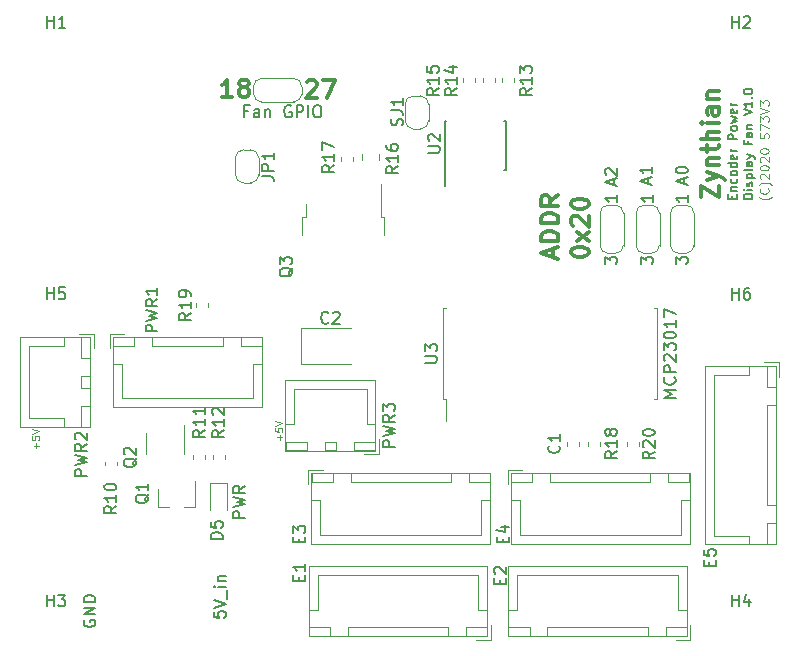
<source format=gbr>
G04 #@! TF.GenerationSoftware,KiCad,Pcbnew,(5.1.5)-3*
G04 #@! TF.CreationDate,2020-03-21T12:50:03-04:00*
G04 #@! TF.ProjectId,Zynth-encoder_power_display_fan,5a796e74-682d-4656-9e63-6f6465725f70,rev?*
G04 #@! TF.SameCoordinates,Original*
G04 #@! TF.FileFunction,Legend,Top*
G04 #@! TF.FilePolarity,Positive*
%FSLAX46Y46*%
G04 Gerber Fmt 4.6, Leading zero omitted, Abs format (unit mm)*
G04 Created by KiCad (PCBNEW (5.1.5)-3) date 2020-03-21 12:50:03*
%MOMM*%
%LPD*%
G04 APERTURE LIST*
%ADD10C,0.300000*%
%ADD11C,0.150000*%
%ADD12C,0.090000*%
%ADD13C,0.187500*%
%ADD14C,0.125000*%
%ADD15C,0.120000*%
G04 APERTURE END LIST*
D10*
X97021685Y-70744471D02*
X96164542Y-70744471D01*
X96593114Y-70744471D02*
X96593114Y-69244471D01*
X96450257Y-69458757D01*
X96307400Y-69601614D01*
X96164542Y-69673042D01*
X97878828Y-69887328D02*
X97735971Y-69815900D01*
X97664542Y-69744471D01*
X97593114Y-69601614D01*
X97593114Y-69530185D01*
X97664542Y-69387328D01*
X97735971Y-69315900D01*
X97878828Y-69244471D01*
X98164542Y-69244471D01*
X98307400Y-69315900D01*
X98378828Y-69387328D01*
X98450257Y-69530185D01*
X98450257Y-69601614D01*
X98378828Y-69744471D01*
X98307400Y-69815900D01*
X98164542Y-69887328D01*
X97878828Y-69887328D01*
X97735971Y-69958757D01*
X97664542Y-70030185D01*
X97593114Y-70173042D01*
X97593114Y-70458757D01*
X97664542Y-70601614D01*
X97735971Y-70673042D01*
X97878828Y-70744471D01*
X98164542Y-70744471D01*
X98307400Y-70673042D01*
X98378828Y-70601614D01*
X98450257Y-70458757D01*
X98450257Y-70173042D01*
X98378828Y-70030185D01*
X98307400Y-69958757D01*
X98164542Y-69887328D01*
X103352742Y-69412728D02*
X103424171Y-69341300D01*
X103567028Y-69269871D01*
X103924171Y-69269871D01*
X104067028Y-69341300D01*
X104138457Y-69412728D01*
X104209885Y-69555585D01*
X104209885Y-69698442D01*
X104138457Y-69912728D01*
X103281314Y-70769871D01*
X104209885Y-70769871D01*
X104709885Y-69269871D02*
X105709885Y-69269871D01*
X105067028Y-70769871D01*
D11*
X98382728Y-71912171D02*
X98049395Y-71912171D01*
X98049395Y-72435980D02*
X98049395Y-71435980D01*
X98525585Y-71435980D01*
X99335109Y-72435980D02*
X99335109Y-71912171D01*
X99287490Y-71816933D01*
X99192252Y-71769314D01*
X99001776Y-71769314D01*
X98906538Y-71816933D01*
X99335109Y-72388361D02*
X99239871Y-72435980D01*
X99001776Y-72435980D01*
X98906538Y-72388361D01*
X98858919Y-72293123D01*
X98858919Y-72197885D01*
X98906538Y-72102647D01*
X99001776Y-72055028D01*
X99239871Y-72055028D01*
X99335109Y-72007409D01*
X99811300Y-71769314D02*
X99811300Y-72435980D01*
X99811300Y-71864552D02*
X99858919Y-71816933D01*
X99954157Y-71769314D01*
X100097014Y-71769314D01*
X100192252Y-71816933D01*
X100239871Y-71912171D01*
X100239871Y-72435980D01*
X102001776Y-71483600D02*
X101906538Y-71435980D01*
X101763680Y-71435980D01*
X101620823Y-71483600D01*
X101525585Y-71578838D01*
X101477966Y-71674076D01*
X101430347Y-71864552D01*
X101430347Y-72007409D01*
X101477966Y-72197885D01*
X101525585Y-72293123D01*
X101620823Y-72388361D01*
X101763680Y-72435980D01*
X101858919Y-72435980D01*
X102001776Y-72388361D01*
X102049395Y-72340742D01*
X102049395Y-72007409D01*
X101858919Y-72007409D01*
X102477966Y-72435980D02*
X102477966Y-71435980D01*
X102858919Y-71435980D01*
X102954157Y-71483600D01*
X103001776Y-71531219D01*
X103049395Y-71626457D01*
X103049395Y-71769314D01*
X103001776Y-71864552D01*
X102954157Y-71912171D01*
X102858919Y-71959790D01*
X102477966Y-71959790D01*
X103477966Y-72435980D02*
X103477966Y-71435980D01*
X104144633Y-71435980D02*
X104335109Y-71435980D01*
X104430347Y-71483600D01*
X104525585Y-71578838D01*
X104573204Y-71769314D01*
X104573204Y-72102647D01*
X104525585Y-72293123D01*
X104430347Y-72388361D01*
X104335109Y-72435980D01*
X104144633Y-72435980D01*
X104049395Y-72388361D01*
X103954157Y-72293123D01*
X103906538Y-72102647D01*
X103906538Y-71769314D01*
X103954157Y-71578838D01*
X104049395Y-71483600D01*
X104144633Y-71435980D01*
D12*
X101042857Y-99771428D02*
X101042857Y-99314285D01*
X101271428Y-99542857D02*
X100814285Y-99542857D01*
X100671428Y-98742857D02*
X100671428Y-99028571D01*
X100957142Y-99057142D01*
X100928571Y-99028571D01*
X100900000Y-98971428D01*
X100900000Y-98828571D01*
X100928571Y-98771428D01*
X100957142Y-98742857D01*
X101014285Y-98714285D01*
X101157142Y-98714285D01*
X101214285Y-98742857D01*
X101242857Y-98771428D01*
X101271428Y-98828571D01*
X101271428Y-98971428D01*
X101242857Y-99028571D01*
X101214285Y-99057142D01*
X100671428Y-98542857D02*
X101271428Y-98342857D01*
X100671428Y-98142857D01*
X80433857Y-100466428D02*
X80433857Y-100009285D01*
X80662428Y-100237857D02*
X80205285Y-100237857D01*
X80062428Y-99437857D02*
X80062428Y-99723571D01*
X80348142Y-99752142D01*
X80319571Y-99723571D01*
X80291000Y-99666428D01*
X80291000Y-99523571D01*
X80319571Y-99466428D01*
X80348142Y-99437857D01*
X80405285Y-99409285D01*
X80548142Y-99409285D01*
X80605285Y-99437857D01*
X80633857Y-99466428D01*
X80662428Y-99523571D01*
X80662428Y-99666428D01*
X80633857Y-99723571D01*
X80605285Y-99752142D01*
X80062428Y-99237857D02*
X80662428Y-99037857D01*
X80062428Y-98837857D01*
D13*
X139371178Y-79328553D02*
X139371178Y-79078553D01*
X139764035Y-78971410D02*
X139764035Y-79328553D01*
X139014035Y-79328553D01*
X139014035Y-78971410D01*
X139264035Y-78649982D02*
X139764035Y-78649982D01*
X139335464Y-78649982D02*
X139299750Y-78614267D01*
X139264035Y-78542839D01*
X139264035Y-78435696D01*
X139299750Y-78364267D01*
X139371178Y-78328553D01*
X139764035Y-78328553D01*
X139728321Y-77649982D02*
X139764035Y-77721410D01*
X139764035Y-77864267D01*
X139728321Y-77935696D01*
X139692607Y-77971410D01*
X139621178Y-78007125D01*
X139406892Y-78007125D01*
X139335464Y-77971410D01*
X139299750Y-77935696D01*
X139264035Y-77864267D01*
X139264035Y-77721410D01*
X139299750Y-77649982D01*
X139764035Y-77221410D02*
X139728321Y-77292839D01*
X139692607Y-77328553D01*
X139621178Y-77364267D01*
X139406892Y-77364267D01*
X139335464Y-77328553D01*
X139299750Y-77292839D01*
X139264035Y-77221410D01*
X139264035Y-77114267D01*
X139299750Y-77042839D01*
X139335464Y-77007125D01*
X139406892Y-76971410D01*
X139621178Y-76971410D01*
X139692607Y-77007125D01*
X139728321Y-77042839D01*
X139764035Y-77114267D01*
X139764035Y-77221410D01*
X139764035Y-76328553D02*
X139014035Y-76328553D01*
X139728321Y-76328553D02*
X139764035Y-76399982D01*
X139764035Y-76542839D01*
X139728321Y-76614267D01*
X139692607Y-76649982D01*
X139621178Y-76685696D01*
X139406892Y-76685696D01*
X139335464Y-76649982D01*
X139299750Y-76614267D01*
X139264035Y-76542839D01*
X139264035Y-76399982D01*
X139299750Y-76328553D01*
X139728321Y-75685696D02*
X139764035Y-75757125D01*
X139764035Y-75899982D01*
X139728321Y-75971410D01*
X139656892Y-76007125D01*
X139371178Y-76007125D01*
X139299750Y-75971410D01*
X139264035Y-75899982D01*
X139264035Y-75757125D01*
X139299750Y-75685696D01*
X139371178Y-75649982D01*
X139442607Y-75649982D01*
X139514035Y-76007125D01*
X139764035Y-75328553D02*
X139264035Y-75328553D01*
X139406892Y-75328553D02*
X139335464Y-75292839D01*
X139299750Y-75257125D01*
X139264035Y-75185696D01*
X139264035Y-75114267D01*
X139764035Y-74292839D02*
X139014035Y-74292839D01*
X139014035Y-74007125D01*
X139049750Y-73935696D01*
X139085464Y-73899982D01*
X139156892Y-73864267D01*
X139264035Y-73864267D01*
X139335464Y-73899982D01*
X139371178Y-73935696D01*
X139406892Y-74007125D01*
X139406892Y-74292839D01*
X139764035Y-73435696D02*
X139728321Y-73507125D01*
X139692607Y-73542839D01*
X139621178Y-73578553D01*
X139406892Y-73578553D01*
X139335464Y-73542839D01*
X139299750Y-73507125D01*
X139264035Y-73435696D01*
X139264035Y-73328553D01*
X139299750Y-73257125D01*
X139335464Y-73221410D01*
X139406892Y-73185696D01*
X139621178Y-73185696D01*
X139692607Y-73221410D01*
X139728321Y-73257125D01*
X139764035Y-73328553D01*
X139764035Y-73435696D01*
X139264035Y-72935696D02*
X139764035Y-72792839D01*
X139406892Y-72649982D01*
X139764035Y-72507125D01*
X139264035Y-72364267D01*
X139728321Y-71792839D02*
X139764035Y-71864267D01*
X139764035Y-72007125D01*
X139728321Y-72078553D01*
X139656892Y-72114267D01*
X139371178Y-72114267D01*
X139299750Y-72078553D01*
X139264035Y-72007125D01*
X139264035Y-71864267D01*
X139299750Y-71792839D01*
X139371178Y-71757125D01*
X139442607Y-71757125D01*
X139514035Y-72114267D01*
X139764035Y-71435696D02*
X139264035Y-71435696D01*
X139406892Y-71435696D02*
X139335464Y-71399982D01*
X139299750Y-71364267D01*
X139264035Y-71292839D01*
X139264035Y-71221410D01*
X141076535Y-79328553D02*
X140326535Y-79328553D01*
X140326535Y-79149982D01*
X140362250Y-79042839D01*
X140433678Y-78971410D01*
X140505107Y-78935696D01*
X140647964Y-78899982D01*
X140755107Y-78899982D01*
X140897964Y-78935696D01*
X140969392Y-78971410D01*
X141040821Y-79042839D01*
X141076535Y-79149982D01*
X141076535Y-79328553D01*
X141076535Y-78578553D02*
X140576535Y-78578553D01*
X140326535Y-78578553D02*
X140362250Y-78614267D01*
X140397964Y-78578553D01*
X140362250Y-78542839D01*
X140326535Y-78578553D01*
X140397964Y-78578553D01*
X141040821Y-78257125D02*
X141076535Y-78185696D01*
X141076535Y-78042839D01*
X141040821Y-77971410D01*
X140969392Y-77935696D01*
X140933678Y-77935696D01*
X140862250Y-77971410D01*
X140826535Y-78042839D01*
X140826535Y-78149982D01*
X140790821Y-78221410D01*
X140719392Y-78257125D01*
X140683678Y-78257125D01*
X140612250Y-78221410D01*
X140576535Y-78149982D01*
X140576535Y-78042839D01*
X140612250Y-77971410D01*
X140576535Y-77614267D02*
X141326535Y-77614267D01*
X140612250Y-77614267D02*
X140576535Y-77542839D01*
X140576535Y-77399982D01*
X140612250Y-77328553D01*
X140647964Y-77292839D01*
X140719392Y-77257125D01*
X140933678Y-77257125D01*
X141005107Y-77292839D01*
X141040821Y-77328553D01*
X141076535Y-77399982D01*
X141076535Y-77542839D01*
X141040821Y-77614267D01*
X141076535Y-76828553D02*
X141040821Y-76899982D01*
X140969392Y-76935696D01*
X140326535Y-76935696D01*
X141076535Y-76221410D02*
X140683678Y-76221410D01*
X140612250Y-76257125D01*
X140576535Y-76328553D01*
X140576535Y-76471410D01*
X140612250Y-76542839D01*
X141040821Y-76221410D02*
X141076535Y-76292839D01*
X141076535Y-76471410D01*
X141040821Y-76542839D01*
X140969392Y-76578553D01*
X140897964Y-76578553D01*
X140826535Y-76542839D01*
X140790821Y-76471410D01*
X140790821Y-76292839D01*
X140755107Y-76221410D01*
X140576535Y-75935696D02*
X141076535Y-75757125D01*
X140576535Y-75578553D02*
X141076535Y-75757125D01*
X141255107Y-75828553D01*
X141290821Y-75864267D01*
X141326535Y-75935696D01*
X140683678Y-74471410D02*
X140683678Y-74721410D01*
X141076535Y-74721410D02*
X140326535Y-74721410D01*
X140326535Y-74364267D01*
X141076535Y-73757125D02*
X140683678Y-73757125D01*
X140612250Y-73792839D01*
X140576535Y-73864267D01*
X140576535Y-74007125D01*
X140612250Y-74078553D01*
X141040821Y-73757125D02*
X141076535Y-73828553D01*
X141076535Y-74007125D01*
X141040821Y-74078553D01*
X140969392Y-74114267D01*
X140897964Y-74114267D01*
X140826535Y-74078553D01*
X140790821Y-74007125D01*
X140790821Y-73828553D01*
X140755107Y-73757125D01*
X140576535Y-73399982D02*
X141076535Y-73399982D01*
X140647964Y-73399982D02*
X140612250Y-73364267D01*
X140576535Y-73292839D01*
X140576535Y-73185696D01*
X140612250Y-73114267D01*
X140683678Y-73078553D01*
X141076535Y-73078553D01*
X140326535Y-72257125D02*
X141076535Y-72007125D01*
X140326535Y-71757125D01*
X141076535Y-71114267D02*
X141076535Y-71542839D01*
X141076535Y-71328553D02*
X140326535Y-71328553D01*
X140433678Y-71399982D01*
X140505107Y-71471410D01*
X140540821Y-71542839D01*
X141005107Y-70792839D02*
X141040821Y-70757125D01*
X141076535Y-70792839D01*
X141040821Y-70828553D01*
X141005107Y-70792839D01*
X141076535Y-70792839D01*
X140326535Y-70292839D02*
X140326535Y-70221410D01*
X140362250Y-70149982D01*
X140397964Y-70114267D01*
X140469392Y-70078553D01*
X140612250Y-70042839D01*
X140790821Y-70042839D01*
X140933678Y-70078553D01*
X141005107Y-70114267D01*
X141040821Y-70149982D01*
X141076535Y-70221410D01*
X141076535Y-70292839D01*
X141040821Y-70364267D01*
X141005107Y-70399982D01*
X140933678Y-70435696D01*
X140790821Y-70471410D01*
X140612250Y-70471410D01*
X140469392Y-70435696D01*
X140397964Y-70399982D01*
X140362250Y-70364267D01*
X140326535Y-70292839D01*
D14*
X142738000Y-79154892D02*
X142702285Y-79190607D01*
X142595142Y-79262035D01*
X142523714Y-79297750D01*
X142416571Y-79333464D01*
X142238000Y-79369178D01*
X142095142Y-79369178D01*
X141916571Y-79333464D01*
X141809428Y-79297750D01*
X141738000Y-79262035D01*
X141630857Y-79190607D01*
X141595142Y-79154892D01*
X142380857Y-78440607D02*
X142416571Y-78476321D01*
X142452285Y-78583464D01*
X142452285Y-78654892D01*
X142416571Y-78762035D01*
X142345142Y-78833464D01*
X142273714Y-78869178D01*
X142130857Y-78904892D01*
X142023714Y-78904892D01*
X141880857Y-78869178D01*
X141809428Y-78833464D01*
X141738000Y-78762035D01*
X141702285Y-78654892D01*
X141702285Y-78583464D01*
X141738000Y-78476321D01*
X141773714Y-78440607D01*
X142738000Y-78190607D02*
X142702285Y-78154892D01*
X142595142Y-78083464D01*
X142523714Y-78047750D01*
X142416571Y-78012035D01*
X142238000Y-77976321D01*
X142095142Y-77976321D01*
X141916571Y-78012035D01*
X141809428Y-78047750D01*
X141738000Y-78083464D01*
X141630857Y-78154892D01*
X141595142Y-78190607D01*
X141773714Y-77654892D02*
X141738000Y-77619178D01*
X141702285Y-77547750D01*
X141702285Y-77369178D01*
X141738000Y-77297750D01*
X141773714Y-77262035D01*
X141845142Y-77226321D01*
X141916571Y-77226321D01*
X142023714Y-77262035D01*
X142452285Y-77690607D01*
X142452285Y-77226321D01*
X141702285Y-76762035D02*
X141702285Y-76690607D01*
X141738000Y-76619178D01*
X141773714Y-76583464D01*
X141845142Y-76547750D01*
X141988000Y-76512035D01*
X142166571Y-76512035D01*
X142309428Y-76547750D01*
X142380857Y-76583464D01*
X142416571Y-76619178D01*
X142452285Y-76690607D01*
X142452285Y-76762035D01*
X142416571Y-76833464D01*
X142380857Y-76869178D01*
X142309428Y-76904892D01*
X142166571Y-76940607D01*
X141988000Y-76940607D01*
X141845142Y-76904892D01*
X141773714Y-76869178D01*
X141738000Y-76833464D01*
X141702285Y-76762035D01*
X141773714Y-76226321D02*
X141738000Y-76190607D01*
X141702285Y-76119178D01*
X141702285Y-75940607D01*
X141738000Y-75869178D01*
X141773714Y-75833464D01*
X141845142Y-75797750D01*
X141916571Y-75797750D01*
X142023714Y-75833464D01*
X142452285Y-76262035D01*
X142452285Y-75797750D01*
X141702285Y-75333464D02*
X141702285Y-75262035D01*
X141738000Y-75190607D01*
X141773714Y-75154892D01*
X141845142Y-75119178D01*
X141988000Y-75083464D01*
X142166571Y-75083464D01*
X142309428Y-75119178D01*
X142380857Y-75154892D01*
X142416571Y-75190607D01*
X142452285Y-75262035D01*
X142452285Y-75333464D01*
X142416571Y-75404892D01*
X142380857Y-75440607D01*
X142309428Y-75476321D01*
X142166571Y-75512035D01*
X141988000Y-75512035D01*
X141845142Y-75476321D01*
X141773714Y-75440607D01*
X141738000Y-75404892D01*
X141702285Y-75333464D01*
X142416571Y-74226321D02*
X142452285Y-74119178D01*
X142452285Y-73940607D01*
X142416571Y-73869178D01*
X142380857Y-73833464D01*
X142309428Y-73797750D01*
X142238000Y-73797750D01*
X142166571Y-73833464D01*
X142130857Y-73869178D01*
X142095142Y-73940607D01*
X142059428Y-74083464D01*
X142023714Y-74154892D01*
X141988000Y-74190607D01*
X141916571Y-74226321D01*
X141845142Y-74226321D01*
X141773714Y-74190607D01*
X141738000Y-74154892D01*
X141702285Y-74083464D01*
X141702285Y-73904892D01*
X141738000Y-73797750D01*
X141702285Y-73547750D02*
X141702285Y-73047750D01*
X142452285Y-73369178D01*
X141702285Y-72833464D02*
X141702285Y-72369178D01*
X141988000Y-72619178D01*
X141988000Y-72512035D01*
X142023714Y-72440607D01*
X142059428Y-72404892D01*
X142130857Y-72369178D01*
X142309428Y-72369178D01*
X142380857Y-72404892D01*
X142416571Y-72440607D01*
X142452285Y-72512035D01*
X142452285Y-72726321D01*
X142416571Y-72797750D01*
X142380857Y-72833464D01*
X141702285Y-72154892D02*
X142452285Y-71904892D01*
X141702285Y-71654892D01*
X141702285Y-71476321D02*
X141702285Y-71012035D01*
X141988000Y-71262035D01*
X141988000Y-71154892D01*
X142023714Y-71083464D01*
X142059428Y-71047750D01*
X142130857Y-71012035D01*
X142309428Y-71012035D01*
X142380857Y-71047750D01*
X142416571Y-71083464D01*
X142452285Y-71154892D01*
X142452285Y-71369178D01*
X142416571Y-71440607D01*
X142380857Y-71476321D01*
D10*
X136719571Y-79219714D02*
X136719571Y-78219714D01*
X138219571Y-79219714D01*
X138219571Y-78219714D01*
X137219571Y-77791142D02*
X138219571Y-77434000D01*
X137219571Y-77076857D02*
X138219571Y-77434000D01*
X138576714Y-77576857D01*
X138648142Y-77648285D01*
X138719571Y-77791142D01*
X137219571Y-76505428D02*
X138219571Y-76505428D01*
X137362428Y-76505428D02*
X137291000Y-76434000D01*
X137219571Y-76291142D01*
X137219571Y-76076857D01*
X137291000Y-75934000D01*
X137433857Y-75862571D01*
X138219571Y-75862571D01*
X137219571Y-75362571D02*
X137219571Y-74791142D01*
X136719571Y-75148285D02*
X138005285Y-75148285D01*
X138148142Y-75076857D01*
X138219571Y-74934000D01*
X138219571Y-74791142D01*
X138219571Y-74291142D02*
X136719571Y-74291142D01*
X138219571Y-73648285D02*
X137433857Y-73648285D01*
X137291000Y-73719714D01*
X137219571Y-73862571D01*
X137219571Y-74076857D01*
X137291000Y-74219714D01*
X137362428Y-74291142D01*
X138219571Y-72934000D02*
X137219571Y-72934000D01*
X136719571Y-72934000D02*
X136791000Y-73005428D01*
X136862428Y-72934000D01*
X136791000Y-72862571D01*
X136719571Y-72934000D01*
X136862428Y-72934000D01*
X138219571Y-71576857D02*
X137433857Y-71576857D01*
X137291000Y-71648285D01*
X137219571Y-71791142D01*
X137219571Y-72076857D01*
X137291000Y-72219714D01*
X138148142Y-71576857D02*
X138219571Y-71719714D01*
X138219571Y-72076857D01*
X138148142Y-72219714D01*
X138005285Y-72291142D01*
X137862428Y-72291142D01*
X137719571Y-72219714D01*
X137648142Y-72076857D01*
X137648142Y-71719714D01*
X137576714Y-71576857D01*
X137219571Y-70862571D02*
X138219571Y-70862571D01*
X137362428Y-70862571D02*
X137291000Y-70791142D01*
X137219571Y-70648285D01*
X137219571Y-70434000D01*
X137291000Y-70291142D01*
X137433857Y-70219714D01*
X138219571Y-70219714D01*
X124225000Y-84269285D02*
X124225000Y-83555000D01*
X124653571Y-84412142D02*
X123153571Y-83912142D01*
X124653571Y-83412142D01*
X124653571Y-82912142D02*
X123153571Y-82912142D01*
X123153571Y-82555000D01*
X123225000Y-82340714D01*
X123367857Y-82197857D01*
X123510714Y-82126428D01*
X123796428Y-82055000D01*
X124010714Y-82055000D01*
X124296428Y-82126428D01*
X124439285Y-82197857D01*
X124582142Y-82340714D01*
X124653571Y-82555000D01*
X124653571Y-82912142D01*
X124653571Y-81412142D02*
X123153571Y-81412142D01*
X123153571Y-81055000D01*
X123225000Y-80840714D01*
X123367857Y-80697857D01*
X123510714Y-80626428D01*
X123796428Y-80555000D01*
X124010714Y-80555000D01*
X124296428Y-80626428D01*
X124439285Y-80697857D01*
X124582142Y-80840714D01*
X124653571Y-81055000D01*
X124653571Y-81412142D01*
X124653571Y-79055000D02*
X123939285Y-79555000D01*
X124653571Y-79912142D02*
X123153571Y-79912142D01*
X123153571Y-79340714D01*
X123225000Y-79197857D01*
X123296428Y-79126428D01*
X123439285Y-79055000D01*
X123653571Y-79055000D01*
X123796428Y-79126428D01*
X123867857Y-79197857D01*
X123939285Y-79340714D01*
X123939285Y-79912142D01*
X125703571Y-83912142D02*
X125703571Y-83769285D01*
X125775000Y-83626428D01*
X125846428Y-83555000D01*
X125989285Y-83483571D01*
X126275000Y-83412142D01*
X126632142Y-83412142D01*
X126917857Y-83483571D01*
X127060714Y-83555000D01*
X127132142Y-83626428D01*
X127203571Y-83769285D01*
X127203571Y-83912142D01*
X127132142Y-84055000D01*
X127060714Y-84126428D01*
X126917857Y-84197857D01*
X126632142Y-84269285D01*
X126275000Y-84269285D01*
X125989285Y-84197857D01*
X125846428Y-84126428D01*
X125775000Y-84055000D01*
X125703571Y-83912142D01*
X127203571Y-82912142D02*
X126203571Y-82126428D01*
X126203571Y-82912142D02*
X127203571Y-82126428D01*
X125846428Y-81626428D02*
X125775000Y-81555000D01*
X125703571Y-81412142D01*
X125703571Y-81055000D01*
X125775000Y-80912142D01*
X125846428Y-80840714D01*
X125989285Y-80769285D01*
X126132142Y-80769285D01*
X126346428Y-80840714D01*
X127203571Y-81697857D01*
X127203571Y-80769285D01*
X125703571Y-79840714D02*
X125703571Y-79697857D01*
X125775000Y-79555000D01*
X125846428Y-79483571D01*
X125989285Y-79412142D01*
X126275000Y-79340714D01*
X126632142Y-79340714D01*
X126917857Y-79412142D01*
X127060714Y-79483571D01*
X127132142Y-79555000D01*
X127203571Y-79697857D01*
X127203571Y-79840714D01*
X127132142Y-79983571D01*
X127060714Y-80055000D01*
X126917857Y-80126428D01*
X126632142Y-80197857D01*
X126275000Y-80197857D01*
X125989285Y-80126428D01*
X125846428Y-80055000D01*
X125775000Y-79983571D01*
X125703571Y-79840714D01*
D15*
G04 #@! TO.C,R20*
X131447000Y-100264279D02*
X131447000Y-99938721D01*
X130427000Y-100264279D02*
X130427000Y-99938721D01*
G04 #@! TO.C,R16*
X108014700Y-75537322D02*
X108014700Y-76054478D01*
X109434700Y-75537322D02*
X109434700Y-76054478D01*
G04 #@! TO.C,R11*
X94744000Y-101356279D02*
X94744000Y-101030721D01*
X93724000Y-101356279D02*
X93724000Y-101030721D01*
G04 #@! TO.C,C2*
X102885500Y-93310000D02*
X107095500Y-93310000D01*
X102885500Y-90290000D02*
X102885500Y-93310000D01*
X107095500Y-90290000D02*
X102885500Y-90290000D01*
G04 #@! TO.C,Q3*
X103245000Y-80925000D02*
X103245000Y-79825000D01*
X102975000Y-80925000D02*
X103245000Y-80925000D01*
X102975000Y-82425000D02*
X102975000Y-80925000D01*
X109605000Y-80925000D02*
X109605000Y-78095000D01*
X109875000Y-80925000D02*
X109605000Y-80925000D01*
X109875000Y-82425000D02*
X109875000Y-80925000D01*
G04 #@! TO.C,PWR1*
X86650000Y-90750000D02*
X86650000Y-92000000D01*
X87900000Y-90750000D02*
X86650000Y-90750000D01*
X98800000Y-96250000D02*
X93250000Y-96250000D01*
X98800000Y-93300000D02*
X98800000Y-96250000D01*
X99550000Y-93300000D02*
X98800000Y-93300000D01*
X87700000Y-96250000D02*
X93250000Y-96250000D01*
X87700000Y-93300000D02*
X87700000Y-96250000D01*
X86950000Y-93300000D02*
X87700000Y-93300000D01*
X99550000Y-91050000D02*
X97750000Y-91050000D01*
X99550000Y-91800000D02*
X99550000Y-91050000D01*
X97750000Y-91800000D02*
X99550000Y-91800000D01*
X97750000Y-91050000D02*
X97750000Y-91800000D01*
X88750000Y-91050000D02*
X86950000Y-91050000D01*
X88750000Y-91800000D02*
X88750000Y-91050000D01*
X86950000Y-91800000D02*
X88750000Y-91800000D01*
X86950000Y-91050000D02*
X86950000Y-91800000D01*
X96250000Y-91050000D02*
X90250000Y-91050000D01*
X96250000Y-91800000D02*
X96250000Y-91050000D01*
X90250000Y-91800000D02*
X96250000Y-91800000D01*
X90250000Y-91050000D02*
X90250000Y-91800000D01*
X99560000Y-91040000D02*
X86940000Y-91040000D01*
X99560000Y-97010000D02*
X99560000Y-91040000D01*
X86940000Y-97010000D02*
X99560000Y-97010000D01*
X86940000Y-91040000D02*
X86940000Y-97010000D01*
G04 #@! TO.C,R19*
X94998000Y-88529279D02*
X94998000Y-88203721D01*
X93978000Y-88529279D02*
X93978000Y-88203721D01*
G04 #@! TO.C,U3*
X115137000Y-96316000D02*
X115137000Y-98131000D01*
X114892000Y-96316000D02*
X115137000Y-96316000D01*
X114892000Y-92456000D02*
X114892000Y-96316000D01*
X114892000Y-88596000D02*
X115137000Y-88596000D01*
X114892000Y-92456000D02*
X114892000Y-88596000D01*
X133012000Y-96316000D02*
X132767000Y-96316000D01*
X133012000Y-92456000D02*
X133012000Y-96316000D01*
X133012000Y-88596000D02*
X132767000Y-88596000D01*
X133012000Y-92456000D02*
X133012000Y-88596000D01*
G04 #@! TO.C,E5*
X143049000Y-93492000D02*
X137079000Y-93492000D01*
X137079000Y-93492000D02*
X137079000Y-108612000D01*
X137079000Y-108612000D02*
X143049000Y-108612000D01*
X143049000Y-108612000D02*
X143049000Y-93492000D01*
X143039000Y-96802000D02*
X142289000Y-96802000D01*
X142289000Y-96802000D02*
X142289000Y-105302000D01*
X142289000Y-105302000D02*
X143039000Y-105302000D01*
X143039000Y-105302000D02*
X143039000Y-96802000D01*
X143039000Y-93502000D02*
X142289000Y-93502000D01*
X142289000Y-93502000D02*
X142289000Y-95302000D01*
X142289000Y-95302000D02*
X143039000Y-95302000D01*
X143039000Y-95302000D02*
X143039000Y-93502000D01*
X143039000Y-106802000D02*
X142289000Y-106802000D01*
X142289000Y-106802000D02*
X142289000Y-108602000D01*
X142289000Y-108602000D02*
X143039000Y-108602000D01*
X143039000Y-108602000D02*
X143039000Y-106802000D01*
X140789000Y-93502000D02*
X140789000Y-94252000D01*
X140789000Y-94252000D02*
X137839000Y-94252000D01*
X137839000Y-94252000D02*
X137839000Y-101052000D01*
X140789000Y-108602000D02*
X140789000Y-107852000D01*
X140789000Y-107852000D02*
X137839000Y-107852000D01*
X137839000Y-107852000D02*
X137839000Y-101052000D01*
X143339000Y-94452000D02*
X143339000Y-93202000D01*
X143339000Y-93202000D02*
X142089000Y-93202000D01*
G04 #@! TO.C,PWR3*
X109450000Y-100950000D02*
X109450000Y-99700000D01*
X108200000Y-100950000D02*
X109450000Y-100950000D01*
X102300000Y-95450000D02*
X105350000Y-95450000D01*
X102300000Y-98400000D02*
X102300000Y-95450000D01*
X101550000Y-98400000D02*
X102300000Y-98400000D01*
X108400000Y-95450000D02*
X105350000Y-95450000D01*
X108400000Y-98400000D02*
X108400000Y-95450000D01*
X109150000Y-98400000D02*
X108400000Y-98400000D01*
X101550000Y-100650000D02*
X103350000Y-100650000D01*
X101550000Y-99900000D02*
X101550000Y-100650000D01*
X103350000Y-99900000D02*
X101550000Y-99900000D01*
X103350000Y-100650000D02*
X103350000Y-99900000D01*
X107350000Y-100650000D02*
X109150000Y-100650000D01*
X107350000Y-99900000D02*
X107350000Y-100650000D01*
X109150000Y-99900000D02*
X107350000Y-99900000D01*
X109150000Y-100650000D02*
X109150000Y-99900000D01*
X104850000Y-100650000D02*
X105850000Y-100650000D01*
X104850000Y-99900000D02*
X104850000Y-100650000D01*
X105850000Y-99900000D02*
X104850000Y-99900000D01*
X105850000Y-100650000D02*
X105850000Y-99900000D01*
X101540000Y-100660000D02*
X109160000Y-100660000D01*
X101540000Y-94690000D02*
X101540000Y-100660000D01*
X109160000Y-94690000D02*
X101540000Y-94690000D01*
X109160000Y-100660000D02*
X109160000Y-94690000D01*
G04 #@! TO.C,E4*
X120340000Y-102279000D02*
X120340000Y-103529000D01*
X121590000Y-102279000D02*
X120340000Y-102279000D01*
X134990000Y-107779000D02*
X128190000Y-107779000D01*
X134990000Y-104829000D02*
X134990000Y-107779000D01*
X135740000Y-104829000D02*
X134990000Y-104829000D01*
X121390000Y-107779000D02*
X128190000Y-107779000D01*
X121390000Y-104829000D02*
X121390000Y-107779000D01*
X120640000Y-104829000D02*
X121390000Y-104829000D01*
X135740000Y-102579000D02*
X133940000Y-102579000D01*
X135740000Y-103329000D02*
X135740000Y-102579000D01*
X133940000Y-103329000D02*
X135740000Y-103329000D01*
X133940000Y-102579000D02*
X133940000Y-103329000D01*
X122440000Y-102579000D02*
X120640000Y-102579000D01*
X122440000Y-103329000D02*
X122440000Y-102579000D01*
X120640000Y-103329000D02*
X122440000Y-103329000D01*
X120640000Y-102579000D02*
X120640000Y-103329000D01*
X132440000Y-102579000D02*
X123940000Y-102579000D01*
X132440000Y-103329000D02*
X132440000Y-102579000D01*
X123940000Y-103329000D02*
X132440000Y-103329000D01*
X123940000Y-102579000D02*
X123940000Y-103329000D01*
X135750000Y-102569000D02*
X120630000Y-102569000D01*
X135750000Y-108539000D02*
X135750000Y-102569000D01*
X120630000Y-108539000D02*
X135750000Y-108539000D01*
X120630000Y-102569000D02*
X120630000Y-108539000D01*
G04 #@! TO.C,E3*
X103449000Y-102279000D02*
X103449000Y-103529000D01*
X104699000Y-102279000D02*
X103449000Y-102279000D01*
X118099000Y-107779000D02*
X111299000Y-107779000D01*
X118099000Y-104829000D02*
X118099000Y-107779000D01*
X118849000Y-104829000D02*
X118099000Y-104829000D01*
X104499000Y-107779000D02*
X111299000Y-107779000D01*
X104499000Y-104829000D02*
X104499000Y-107779000D01*
X103749000Y-104829000D02*
X104499000Y-104829000D01*
X118849000Y-102579000D02*
X117049000Y-102579000D01*
X118849000Y-103329000D02*
X118849000Y-102579000D01*
X117049000Y-103329000D02*
X118849000Y-103329000D01*
X117049000Y-102579000D02*
X117049000Y-103329000D01*
X105549000Y-102579000D02*
X103749000Y-102579000D01*
X105549000Y-103329000D02*
X105549000Y-102579000D01*
X103749000Y-103329000D02*
X105549000Y-103329000D01*
X103749000Y-102579000D02*
X103749000Y-103329000D01*
X115549000Y-102579000D02*
X107049000Y-102579000D01*
X115549000Y-103329000D02*
X115549000Y-102579000D01*
X107049000Y-103329000D02*
X115549000Y-103329000D01*
X107049000Y-102579000D02*
X107049000Y-103329000D01*
X118859000Y-102569000D02*
X103739000Y-102569000D01*
X118859000Y-108539000D02*
X118859000Y-102569000D01*
X103739000Y-108539000D02*
X118859000Y-108539000D01*
X103739000Y-102569000D02*
X103739000Y-108539000D01*
G04 #@! TO.C,E2*
X135819000Y-116669000D02*
X135819000Y-115419000D01*
X134569000Y-116669000D02*
X135819000Y-116669000D01*
X121169000Y-111169000D02*
X127969000Y-111169000D01*
X121169000Y-114119000D02*
X121169000Y-111169000D01*
X120419000Y-114119000D02*
X121169000Y-114119000D01*
X134769000Y-111169000D02*
X127969000Y-111169000D01*
X134769000Y-114119000D02*
X134769000Y-111169000D01*
X135519000Y-114119000D02*
X134769000Y-114119000D01*
X120419000Y-116369000D02*
X122219000Y-116369000D01*
X120419000Y-115619000D02*
X120419000Y-116369000D01*
X122219000Y-115619000D02*
X120419000Y-115619000D01*
X122219000Y-116369000D02*
X122219000Y-115619000D01*
X133719000Y-116369000D02*
X135519000Y-116369000D01*
X133719000Y-115619000D02*
X133719000Y-116369000D01*
X135519000Y-115619000D02*
X133719000Y-115619000D01*
X135519000Y-116369000D02*
X135519000Y-115619000D01*
X123719000Y-116369000D02*
X132219000Y-116369000D01*
X123719000Y-115619000D02*
X123719000Y-116369000D01*
X132219000Y-115619000D02*
X123719000Y-115619000D01*
X132219000Y-116369000D02*
X132219000Y-115619000D01*
X120409000Y-116379000D02*
X135529000Y-116379000D01*
X120409000Y-110409000D02*
X120409000Y-116379000D01*
X135529000Y-110409000D02*
X120409000Y-110409000D01*
X135529000Y-116379000D02*
X135529000Y-110409000D01*
G04 #@! TO.C,E1*
X118928000Y-116669000D02*
X118928000Y-115419000D01*
X117678000Y-116669000D02*
X118928000Y-116669000D01*
X104278000Y-111169000D02*
X111078000Y-111169000D01*
X104278000Y-114119000D02*
X104278000Y-111169000D01*
X103528000Y-114119000D02*
X104278000Y-114119000D01*
X117878000Y-111169000D02*
X111078000Y-111169000D01*
X117878000Y-114119000D02*
X117878000Y-111169000D01*
X118628000Y-114119000D02*
X117878000Y-114119000D01*
X103528000Y-116369000D02*
X105328000Y-116369000D01*
X103528000Y-115619000D02*
X103528000Y-116369000D01*
X105328000Y-115619000D02*
X103528000Y-115619000D01*
X105328000Y-116369000D02*
X105328000Y-115619000D01*
X116828000Y-116369000D02*
X118628000Y-116369000D01*
X116828000Y-115619000D02*
X116828000Y-116369000D01*
X118628000Y-115619000D02*
X116828000Y-115619000D01*
X118628000Y-116369000D02*
X118628000Y-115619000D01*
X106828000Y-116369000D02*
X115328000Y-116369000D01*
X106828000Y-115619000D02*
X106828000Y-116369000D01*
X115328000Y-115619000D02*
X106828000Y-115619000D01*
X115328000Y-116369000D02*
X115328000Y-115619000D01*
X103518000Y-116379000D02*
X118638000Y-116379000D01*
X103518000Y-110409000D02*
X103518000Y-116379000D01*
X118638000Y-110409000D02*
X103518000Y-110409000D01*
X118638000Y-116379000D02*
X118638000Y-110409000D01*
G04 #@! TO.C,PWR2*
X85300000Y-90749000D02*
X84050000Y-90749000D01*
X85300000Y-91999000D02*
X85300000Y-90749000D01*
X79800000Y-97899000D02*
X79800000Y-94849000D01*
X82750000Y-97899000D02*
X79800000Y-97899000D01*
X82750000Y-98649000D02*
X82750000Y-97899000D01*
X79800000Y-91799000D02*
X79800000Y-94849000D01*
X82750000Y-91799000D02*
X79800000Y-91799000D01*
X82750000Y-91049000D02*
X82750000Y-91799000D01*
X85000000Y-98649000D02*
X85000000Y-96849000D01*
X84250000Y-98649000D02*
X85000000Y-98649000D01*
X84250000Y-96849000D02*
X84250000Y-98649000D01*
X85000000Y-96849000D02*
X84250000Y-96849000D01*
X85000000Y-92849000D02*
X85000000Y-91049000D01*
X84250000Y-92849000D02*
X85000000Y-92849000D01*
X84250000Y-91049000D02*
X84250000Y-92849000D01*
X85000000Y-91049000D02*
X84250000Y-91049000D01*
X85000000Y-95349000D02*
X85000000Y-94349000D01*
X84250000Y-95349000D02*
X85000000Y-95349000D01*
X84250000Y-94349000D02*
X84250000Y-95349000D01*
X85000000Y-94349000D02*
X84250000Y-94349000D01*
X85010000Y-98659000D02*
X85010000Y-91039000D01*
X79040000Y-98659000D02*
X85010000Y-98659000D01*
X79040000Y-91039000D02*
X79040000Y-98659000D01*
X85010000Y-91039000D02*
X79040000Y-91039000D01*
G04 #@! TO.C,JP1*
X99285300Y-75891400D02*
X99285300Y-77291400D01*
X98585300Y-77991400D02*
X97985300Y-77991400D01*
X97285300Y-77291400D02*
X97285300Y-75891400D01*
X97985300Y-75191400D02*
X98585300Y-75191400D01*
X98585300Y-75191400D02*
G75*
G02X99285300Y-75891400I0J-700000D01*
G01*
X97285300Y-75891400D02*
G75*
G02X97985300Y-75191400I700000J0D01*
G01*
X97985300Y-77991400D02*
G75*
G02X97285300Y-77291400I0J700000D01*
G01*
X99285300Y-77291400D02*
G75*
G02X98585300Y-77991400I-700000J0D01*
G01*
G04 #@! TO.C,R12*
X96395000Y-101356279D02*
X96395000Y-101030721D01*
X95375000Y-101356279D02*
X95375000Y-101030721D01*
G04 #@! TO.C,R18*
X128145000Y-100238779D02*
X128145000Y-99913221D01*
X127125000Y-100238779D02*
X127125000Y-99913221D01*
G04 #@! TO.C,R15*
X116558000Y-69152221D02*
X116558000Y-69477779D01*
X117578000Y-69152221D02*
X117578000Y-69477779D01*
G04 #@! TO.C,R10*
X86240000Y-101587221D02*
X86240000Y-101912779D01*
X87260000Y-101587221D02*
X87260000Y-101912779D01*
G04 #@! TO.C,R14*
X118258000Y-69152221D02*
X118258000Y-69477779D01*
X119278000Y-69152221D02*
X119278000Y-69477779D01*
G04 #@! TO.C,R13*
X119858000Y-69152221D02*
X119858000Y-69477779D01*
X120878000Y-69152221D02*
X120878000Y-69477779D01*
G04 #@! TO.C,D5*
X95150000Y-103417000D02*
X95150000Y-105702000D01*
X96620000Y-103417000D02*
X95150000Y-103417000D01*
X96620000Y-105702000D02*
X96620000Y-103417000D01*
G04 #@! TO.C,A2*
X129459000Y-79865000D02*
G75*
G02X130159000Y-80565000I0J-700000D01*
G01*
X128159000Y-80565000D02*
G75*
G02X128859000Y-79865000I700000J0D01*
G01*
X128859000Y-83965000D02*
G75*
G02X128159000Y-83265000I0J700000D01*
G01*
X130159000Y-83265000D02*
G75*
G02X129459000Y-83965000I-700000J0D01*
G01*
X130159000Y-80515000D02*
X130159000Y-83315000D01*
X129459000Y-83965000D02*
X128859000Y-83965000D01*
X128159000Y-83315000D02*
X128159000Y-80515000D01*
X128859000Y-79865000D02*
X129459000Y-79865000D01*
G04 #@! TO.C,A1*
X132507000Y-79865000D02*
G75*
G02X133207000Y-80565000I0J-700000D01*
G01*
X131207000Y-80565000D02*
G75*
G02X131907000Y-79865000I700000J0D01*
G01*
X131907000Y-83965000D02*
G75*
G02X131207000Y-83265000I0J700000D01*
G01*
X133207000Y-83265000D02*
G75*
G02X132507000Y-83965000I-700000J0D01*
G01*
X133207000Y-80515000D02*
X133207000Y-83315000D01*
X132507000Y-83965000D02*
X131907000Y-83965000D01*
X131207000Y-83315000D02*
X131207000Y-80515000D01*
X131907000Y-79865000D02*
X132507000Y-79865000D01*
G04 #@! TO.C,A0*
X135428000Y-79865000D02*
G75*
G02X136128000Y-80565000I0J-700000D01*
G01*
X134128000Y-80565000D02*
G75*
G02X134828000Y-79865000I700000J0D01*
G01*
X134828000Y-83965000D02*
G75*
G02X134128000Y-83265000I0J700000D01*
G01*
X136128000Y-83265000D02*
G75*
G02X135428000Y-83965000I-700000J0D01*
G01*
X136128000Y-80515000D02*
X136128000Y-83315000D01*
X135428000Y-83965000D02*
X134828000Y-83965000D01*
X134128000Y-83315000D02*
X134128000Y-80515000D01*
X134828000Y-79865000D02*
X135428000Y-79865000D01*
G04 #@! TO.C,FAN1*
X102926100Y-69842100D02*
X102926100Y-70442100D01*
X99476100Y-69142100D02*
X102276100Y-69142100D01*
X98826100Y-70442100D02*
X98826100Y-69842100D01*
X102276100Y-71142100D02*
X99476100Y-71142100D01*
X99526100Y-71142100D02*
G75*
G02X98826100Y-70442100I0J700000D01*
G01*
X98826100Y-69842100D02*
G75*
G02X99526100Y-69142100I700000J0D01*
G01*
X102226100Y-69142100D02*
G75*
G02X102926100Y-69842100I0J-700000D01*
G01*
X102926100Y-70442100D02*
G75*
G02X102226100Y-71142100I-700000J0D01*
G01*
G04 #@! TO.C,SJ1*
X111661700Y-72732100D02*
X111661700Y-71332100D01*
X112361700Y-70632100D02*
X112961700Y-70632100D01*
X113661700Y-71332100D02*
X113661700Y-72732100D01*
X112961700Y-73432100D02*
X112361700Y-73432100D01*
X112361700Y-73432100D02*
G75*
G02X111661700Y-72732100I0J700000D01*
G01*
X113661700Y-72732100D02*
G75*
G02X112961700Y-73432100I-700000J0D01*
G01*
X112961700Y-70632100D02*
G75*
G02X113661700Y-71332100I0J-700000D01*
G01*
X111661700Y-71332100D02*
G75*
G02X112361700Y-70632100I700000J0D01*
G01*
G04 #@! TO.C,C1*
X126367000Y-100238779D02*
X126367000Y-99913221D01*
X125347000Y-100238779D02*
X125347000Y-99913221D01*
G04 #@! TO.C,R17*
X107228100Y-76134079D02*
X107228100Y-75808521D01*
X106208100Y-76134079D02*
X106208100Y-75808521D01*
D11*
G04 #@! TO.C,U2*
X115027000Y-76878000D02*
X115077000Y-76878000D01*
X115027000Y-72728000D02*
X115172000Y-72728000D01*
X120177000Y-72728000D02*
X120032000Y-72728000D01*
X120177000Y-76878000D02*
X120032000Y-76878000D01*
X115027000Y-76878000D02*
X115027000Y-72728000D01*
X120177000Y-76878000D02*
X120177000Y-72728000D01*
X115077000Y-76878000D02*
X115077000Y-78278000D01*
D15*
G04 #@! TO.C,Q1*
X90749000Y-105408000D02*
X91679000Y-105408000D01*
X93909000Y-105408000D02*
X92979000Y-105408000D01*
X93909000Y-105408000D02*
X93909000Y-103248000D01*
X90749000Y-105408000D02*
X90749000Y-103948000D01*
G04 #@! TO.C,Q2*
X89703000Y-99176000D02*
X89703000Y-100976000D01*
X92923000Y-100976000D02*
X92923000Y-98526000D01*
G04 #@! TD*
G04 #@! TO.C,R20*
D11*
X132786380Y-100744357D02*
X132310190Y-101077690D01*
X132786380Y-101315785D02*
X131786380Y-101315785D01*
X131786380Y-100934833D01*
X131834000Y-100839595D01*
X131881619Y-100791976D01*
X131976857Y-100744357D01*
X132119714Y-100744357D01*
X132214952Y-100791976D01*
X132262571Y-100839595D01*
X132310190Y-100934833D01*
X132310190Y-101315785D01*
X131881619Y-100363404D02*
X131834000Y-100315785D01*
X131786380Y-100220547D01*
X131786380Y-99982452D01*
X131834000Y-99887214D01*
X131881619Y-99839595D01*
X131976857Y-99791976D01*
X132072095Y-99791976D01*
X132214952Y-99839595D01*
X132786380Y-100411023D01*
X132786380Y-99791976D01*
X131786380Y-99172928D02*
X131786380Y-99077690D01*
X131834000Y-98982452D01*
X131881619Y-98934833D01*
X131976857Y-98887214D01*
X132167333Y-98839595D01*
X132405428Y-98839595D01*
X132595904Y-98887214D01*
X132691142Y-98934833D01*
X132738761Y-98982452D01*
X132786380Y-99077690D01*
X132786380Y-99172928D01*
X132738761Y-99268166D01*
X132691142Y-99315785D01*
X132595904Y-99363404D01*
X132405428Y-99411023D01*
X132167333Y-99411023D01*
X131976857Y-99363404D01*
X131881619Y-99315785D01*
X131834000Y-99268166D01*
X131786380Y-99172928D01*
G04 #@! TO.C,R16*
X111069380Y-76588857D02*
X110593190Y-76922190D01*
X111069380Y-77160285D02*
X110069380Y-77160285D01*
X110069380Y-76779333D01*
X110117000Y-76684095D01*
X110164619Y-76636476D01*
X110259857Y-76588857D01*
X110402714Y-76588857D01*
X110497952Y-76636476D01*
X110545571Y-76684095D01*
X110593190Y-76779333D01*
X110593190Y-77160285D01*
X111069380Y-75636476D02*
X111069380Y-76207904D01*
X111069380Y-75922190D02*
X110069380Y-75922190D01*
X110212238Y-76017428D01*
X110307476Y-76112666D01*
X110355095Y-76207904D01*
X110069380Y-74779333D02*
X110069380Y-74969809D01*
X110117000Y-75065047D01*
X110164619Y-75112666D01*
X110307476Y-75207904D01*
X110497952Y-75255523D01*
X110878904Y-75255523D01*
X110974142Y-75207904D01*
X111021761Y-75160285D01*
X111069380Y-75065047D01*
X111069380Y-74874571D01*
X111021761Y-74779333D01*
X110974142Y-74731714D01*
X110878904Y-74684095D01*
X110640809Y-74684095D01*
X110545571Y-74731714D01*
X110497952Y-74779333D01*
X110450333Y-74874571D01*
X110450333Y-75065047D01*
X110497952Y-75160285D01*
X110545571Y-75207904D01*
X110640809Y-75255523D01*
G04 #@! TO.C,R11*
X94686380Y-98915357D02*
X94210190Y-99248690D01*
X94686380Y-99486785D02*
X93686380Y-99486785D01*
X93686380Y-99105833D01*
X93734000Y-99010595D01*
X93781619Y-98962976D01*
X93876857Y-98915357D01*
X94019714Y-98915357D01*
X94114952Y-98962976D01*
X94162571Y-99010595D01*
X94210190Y-99105833D01*
X94210190Y-99486785D01*
X94686380Y-97962976D02*
X94686380Y-98534404D01*
X94686380Y-98248690D02*
X93686380Y-98248690D01*
X93829238Y-98343928D01*
X93924476Y-98439166D01*
X93972095Y-98534404D01*
X94686380Y-97010595D02*
X94686380Y-97582023D01*
X94686380Y-97296309D02*
X93686380Y-97296309D01*
X93829238Y-97391547D01*
X93924476Y-97486785D01*
X93972095Y-97582023D01*
G04 #@! TO.C,C2*
X105178833Y-89807142D02*
X105131214Y-89854761D01*
X104988357Y-89902380D01*
X104893119Y-89902380D01*
X104750261Y-89854761D01*
X104655023Y-89759523D01*
X104607404Y-89664285D01*
X104559785Y-89473809D01*
X104559785Y-89330952D01*
X104607404Y-89140476D01*
X104655023Y-89045238D01*
X104750261Y-88950000D01*
X104893119Y-88902380D01*
X104988357Y-88902380D01*
X105131214Y-88950000D01*
X105178833Y-88997619D01*
X105559785Y-88997619D02*
X105607404Y-88950000D01*
X105702642Y-88902380D01*
X105940738Y-88902380D01*
X106035976Y-88950000D01*
X106083595Y-88997619D01*
X106131214Y-89092857D01*
X106131214Y-89188095D01*
X106083595Y-89330952D01*
X105512166Y-89902380D01*
X106131214Y-89902380D01*
G04 #@! TO.C,Q3*
X102147619Y-85185238D02*
X102100000Y-85280476D01*
X102004761Y-85375714D01*
X101861904Y-85518571D01*
X101814285Y-85613809D01*
X101814285Y-85709047D01*
X102052380Y-85661428D02*
X102004761Y-85756666D01*
X101909523Y-85851904D01*
X101719047Y-85899523D01*
X101385714Y-85899523D01*
X101195238Y-85851904D01*
X101100000Y-85756666D01*
X101052380Y-85661428D01*
X101052380Y-85470952D01*
X101100000Y-85375714D01*
X101195238Y-85280476D01*
X101385714Y-85232857D01*
X101719047Y-85232857D01*
X101909523Y-85280476D01*
X102004761Y-85375714D01*
X102052380Y-85470952D01*
X102052380Y-85661428D01*
X101052380Y-84899523D02*
X101052380Y-84280476D01*
X101433333Y-84613809D01*
X101433333Y-84470952D01*
X101480952Y-84375714D01*
X101528571Y-84328095D01*
X101623809Y-84280476D01*
X101861904Y-84280476D01*
X101957142Y-84328095D01*
X102004761Y-84375714D01*
X102052380Y-84470952D01*
X102052380Y-84756666D01*
X102004761Y-84851904D01*
X101957142Y-84899523D01*
G04 #@! TO.C,PWR1*
X90702380Y-90559523D02*
X89702380Y-90559523D01*
X89702380Y-90178571D01*
X89750000Y-90083333D01*
X89797619Y-90035714D01*
X89892857Y-89988095D01*
X90035714Y-89988095D01*
X90130952Y-90035714D01*
X90178571Y-90083333D01*
X90226190Y-90178571D01*
X90226190Y-90559523D01*
X89702380Y-89654761D02*
X90702380Y-89416666D01*
X89988095Y-89226190D01*
X90702380Y-89035714D01*
X89702380Y-88797619D01*
X90702380Y-87845238D02*
X90226190Y-88178571D01*
X90702380Y-88416666D02*
X89702380Y-88416666D01*
X89702380Y-88035714D01*
X89750000Y-87940476D01*
X89797619Y-87892857D01*
X89892857Y-87845238D01*
X90035714Y-87845238D01*
X90130952Y-87892857D01*
X90178571Y-87940476D01*
X90226190Y-88035714D01*
X90226190Y-88416666D01*
X90702380Y-86892857D02*
X90702380Y-87464285D01*
X90702380Y-87178571D02*
X89702380Y-87178571D01*
X89845238Y-87273809D01*
X89940476Y-87369047D01*
X89988095Y-87464285D01*
G04 #@! TO.C,R19*
X93510380Y-89009357D02*
X93034190Y-89342690D01*
X93510380Y-89580785D02*
X92510380Y-89580785D01*
X92510380Y-89199833D01*
X92558000Y-89104595D01*
X92605619Y-89056976D01*
X92700857Y-89009357D01*
X92843714Y-89009357D01*
X92938952Y-89056976D01*
X92986571Y-89104595D01*
X93034190Y-89199833D01*
X93034190Y-89580785D01*
X93510380Y-88056976D02*
X93510380Y-88628404D01*
X93510380Y-88342690D02*
X92510380Y-88342690D01*
X92653238Y-88437928D01*
X92748476Y-88533166D01*
X92796095Y-88628404D01*
X93510380Y-87580785D02*
X93510380Y-87390309D01*
X93462761Y-87295071D01*
X93415142Y-87247452D01*
X93272285Y-87152214D01*
X93081809Y-87104595D01*
X92700857Y-87104595D01*
X92605619Y-87152214D01*
X92558000Y-87199833D01*
X92510380Y-87295071D01*
X92510380Y-87485547D01*
X92558000Y-87580785D01*
X92605619Y-87628404D01*
X92700857Y-87676023D01*
X92938952Y-87676023D01*
X93034190Y-87628404D01*
X93081809Y-87580785D01*
X93129428Y-87485547D01*
X93129428Y-87295071D01*
X93081809Y-87199833D01*
X93034190Y-87152214D01*
X92938952Y-87104595D01*
G04 #@! TO.C,U3*
X113371380Y-93217904D02*
X114180904Y-93217904D01*
X114276142Y-93170285D01*
X114323761Y-93122666D01*
X114371380Y-93027428D01*
X114371380Y-92836952D01*
X114323761Y-92741714D01*
X114276142Y-92694095D01*
X114180904Y-92646476D01*
X113371380Y-92646476D01*
X113371380Y-92265523D02*
X113371380Y-91646476D01*
X113752333Y-91979809D01*
X113752333Y-91836952D01*
X113799952Y-91741714D01*
X113847571Y-91694095D01*
X113942809Y-91646476D01*
X114180904Y-91646476D01*
X114276142Y-91694095D01*
X114323761Y-91741714D01*
X114371380Y-91836952D01*
X114371380Y-92122666D01*
X114323761Y-92217904D01*
X114276142Y-92265523D01*
X134564380Y-96170285D02*
X133564380Y-96170285D01*
X134278666Y-95836952D01*
X133564380Y-95503619D01*
X134564380Y-95503619D01*
X134469142Y-94456000D02*
X134516761Y-94503619D01*
X134564380Y-94646476D01*
X134564380Y-94741714D01*
X134516761Y-94884571D01*
X134421523Y-94979809D01*
X134326285Y-95027428D01*
X134135809Y-95075047D01*
X133992952Y-95075047D01*
X133802476Y-95027428D01*
X133707238Y-94979809D01*
X133612000Y-94884571D01*
X133564380Y-94741714D01*
X133564380Y-94646476D01*
X133612000Y-94503619D01*
X133659619Y-94456000D01*
X134564380Y-94027428D02*
X133564380Y-94027428D01*
X133564380Y-93646476D01*
X133612000Y-93551238D01*
X133659619Y-93503619D01*
X133754857Y-93456000D01*
X133897714Y-93456000D01*
X133992952Y-93503619D01*
X134040571Y-93551238D01*
X134088190Y-93646476D01*
X134088190Y-94027428D01*
X133659619Y-93075047D02*
X133612000Y-93027428D01*
X133564380Y-92932190D01*
X133564380Y-92694095D01*
X133612000Y-92598857D01*
X133659619Y-92551238D01*
X133754857Y-92503619D01*
X133850095Y-92503619D01*
X133992952Y-92551238D01*
X134564380Y-93122666D01*
X134564380Y-92503619D01*
X133564380Y-92170285D02*
X133564380Y-91551238D01*
X133945333Y-91884571D01*
X133945333Y-91741714D01*
X133992952Y-91646476D01*
X134040571Y-91598857D01*
X134135809Y-91551238D01*
X134373904Y-91551238D01*
X134469142Y-91598857D01*
X134516761Y-91646476D01*
X134564380Y-91741714D01*
X134564380Y-92027428D01*
X134516761Y-92122666D01*
X134469142Y-92170285D01*
X133564380Y-90932190D02*
X133564380Y-90836952D01*
X133612000Y-90741714D01*
X133659619Y-90694095D01*
X133754857Y-90646476D01*
X133945333Y-90598857D01*
X134183428Y-90598857D01*
X134373904Y-90646476D01*
X134469142Y-90694095D01*
X134516761Y-90741714D01*
X134564380Y-90836952D01*
X134564380Y-90932190D01*
X134516761Y-91027428D01*
X134469142Y-91075047D01*
X134373904Y-91122666D01*
X134183428Y-91170285D01*
X133945333Y-91170285D01*
X133754857Y-91122666D01*
X133659619Y-91075047D01*
X133612000Y-91027428D01*
X133564380Y-90932190D01*
X134564380Y-89646476D02*
X134564380Y-90217904D01*
X134564380Y-89932190D02*
X133564380Y-89932190D01*
X133707238Y-90027428D01*
X133802476Y-90122666D01*
X133850095Y-90217904D01*
X133564380Y-89313142D02*
X133564380Y-88646476D01*
X134564380Y-89075047D01*
G04 #@! TO.C,E5*
X137428571Y-110440476D02*
X137428571Y-110107142D01*
X137952380Y-109964285D02*
X137952380Y-110440476D01*
X136952380Y-110440476D01*
X136952380Y-109964285D01*
X136952380Y-109059523D02*
X136952380Y-109535714D01*
X137428571Y-109583333D01*
X137380952Y-109535714D01*
X137333333Y-109440476D01*
X137333333Y-109202380D01*
X137380952Y-109107142D01*
X137428571Y-109059523D01*
X137523809Y-109011904D01*
X137761904Y-109011904D01*
X137857142Y-109059523D01*
X137904761Y-109107142D01*
X137952380Y-109202380D01*
X137952380Y-109440476D01*
X137904761Y-109535714D01*
X137857142Y-109583333D01*
G04 #@! TO.C,PWR3*
X110785380Y-100342523D02*
X109785380Y-100342523D01*
X109785380Y-99961571D01*
X109833000Y-99866333D01*
X109880619Y-99818714D01*
X109975857Y-99771095D01*
X110118714Y-99771095D01*
X110213952Y-99818714D01*
X110261571Y-99866333D01*
X110309190Y-99961571D01*
X110309190Y-100342523D01*
X109785380Y-99437761D02*
X110785380Y-99199666D01*
X110071095Y-99009190D01*
X110785380Y-98818714D01*
X109785380Y-98580619D01*
X110785380Y-97628238D02*
X110309190Y-97961571D01*
X110785380Y-98199666D02*
X109785380Y-98199666D01*
X109785380Y-97818714D01*
X109833000Y-97723476D01*
X109880619Y-97675857D01*
X109975857Y-97628238D01*
X110118714Y-97628238D01*
X110213952Y-97675857D01*
X110261571Y-97723476D01*
X110309190Y-97818714D01*
X110309190Y-98199666D01*
X109785380Y-97294904D02*
X109785380Y-96675857D01*
X110166333Y-97009190D01*
X110166333Y-96866333D01*
X110213952Y-96771095D01*
X110261571Y-96723476D01*
X110356809Y-96675857D01*
X110594904Y-96675857D01*
X110690142Y-96723476D01*
X110737761Y-96771095D01*
X110785380Y-96866333D01*
X110785380Y-97152047D01*
X110737761Y-97247285D01*
X110690142Y-97294904D01*
G04 #@! TO.C,E4*
X119928571Y-108440476D02*
X119928571Y-108107142D01*
X120452380Y-107964285D02*
X120452380Y-108440476D01*
X119452380Y-108440476D01*
X119452380Y-107964285D01*
X119785714Y-107107142D02*
X120452380Y-107107142D01*
X119404761Y-107345238D02*
X120119047Y-107583333D01*
X120119047Y-106964285D01*
G04 #@! TO.C,E3*
X102678571Y-108440476D02*
X102678571Y-108107142D01*
X103202380Y-107964285D02*
X103202380Y-108440476D01*
X102202380Y-108440476D01*
X102202380Y-107964285D01*
X102202380Y-107630952D02*
X102202380Y-107011904D01*
X102583333Y-107345238D01*
X102583333Y-107202380D01*
X102630952Y-107107142D01*
X102678571Y-107059523D01*
X102773809Y-107011904D01*
X103011904Y-107011904D01*
X103107142Y-107059523D01*
X103154761Y-107107142D01*
X103202380Y-107202380D01*
X103202380Y-107488095D01*
X103154761Y-107583333D01*
X103107142Y-107630952D01*
G04 #@! TO.C,E2*
X119678571Y-111940476D02*
X119678571Y-111607142D01*
X120202380Y-111464285D02*
X120202380Y-111940476D01*
X119202380Y-111940476D01*
X119202380Y-111464285D01*
X119297619Y-111083333D02*
X119250000Y-111035714D01*
X119202380Y-110940476D01*
X119202380Y-110702380D01*
X119250000Y-110607142D01*
X119297619Y-110559523D01*
X119392857Y-110511904D01*
X119488095Y-110511904D01*
X119630952Y-110559523D01*
X120202380Y-111130952D01*
X120202380Y-110511904D01*
G04 #@! TO.C,E1*
X102678571Y-111690476D02*
X102678571Y-111357142D01*
X103202380Y-111214285D02*
X103202380Y-111690476D01*
X102202380Y-111690476D01*
X102202380Y-111214285D01*
X103202380Y-110261904D02*
X103202380Y-110833333D01*
X103202380Y-110547619D02*
X102202380Y-110547619D01*
X102345238Y-110642857D01*
X102440476Y-110738095D01*
X102488095Y-110833333D01*
G04 #@! TO.C,PWR2*
X84702380Y-102809523D02*
X83702380Y-102809523D01*
X83702380Y-102428571D01*
X83750000Y-102333333D01*
X83797619Y-102285714D01*
X83892857Y-102238095D01*
X84035714Y-102238095D01*
X84130952Y-102285714D01*
X84178571Y-102333333D01*
X84226190Y-102428571D01*
X84226190Y-102809523D01*
X83702380Y-101904761D02*
X84702380Y-101666666D01*
X83988095Y-101476190D01*
X84702380Y-101285714D01*
X83702380Y-101047619D01*
X84702380Y-100095238D02*
X84226190Y-100428571D01*
X84702380Y-100666666D02*
X83702380Y-100666666D01*
X83702380Y-100285714D01*
X83750000Y-100190476D01*
X83797619Y-100142857D01*
X83892857Y-100095238D01*
X84035714Y-100095238D01*
X84130952Y-100142857D01*
X84178571Y-100190476D01*
X84226190Y-100285714D01*
X84226190Y-100666666D01*
X83797619Y-99714285D02*
X83750000Y-99666666D01*
X83702380Y-99571428D01*
X83702380Y-99333333D01*
X83750000Y-99238095D01*
X83797619Y-99190476D01*
X83892857Y-99142857D01*
X83988095Y-99142857D01*
X84130952Y-99190476D01*
X84702380Y-99761904D01*
X84702380Y-99142857D01*
G04 #@! TO.C,JP1*
X99537680Y-77424733D02*
X100251966Y-77424733D01*
X100394823Y-77472352D01*
X100490061Y-77567590D01*
X100537680Y-77710447D01*
X100537680Y-77805685D01*
X100537680Y-76948542D02*
X99537680Y-76948542D01*
X99537680Y-76567590D01*
X99585300Y-76472352D01*
X99632919Y-76424733D01*
X99728157Y-76377114D01*
X99871014Y-76377114D01*
X99966252Y-76424733D01*
X100013871Y-76472352D01*
X100061490Y-76567590D01*
X100061490Y-76948542D01*
X100537680Y-75424733D02*
X100537680Y-75996161D01*
X100537680Y-75710447D02*
X99537680Y-75710447D01*
X99680538Y-75805685D01*
X99775776Y-75900923D01*
X99823395Y-75996161D01*
G04 #@! TO.C,H6*
X139338095Y-87872380D02*
X139338095Y-86872380D01*
X139338095Y-87348571D02*
X139909523Y-87348571D01*
X139909523Y-87872380D02*
X139909523Y-86872380D01*
X140814285Y-86872380D02*
X140623809Y-86872380D01*
X140528571Y-86920000D01*
X140480952Y-86967619D01*
X140385714Y-87110476D01*
X140338095Y-87300952D01*
X140338095Y-87681904D01*
X140385714Y-87777142D01*
X140433333Y-87824761D01*
X140528571Y-87872380D01*
X140719047Y-87872380D01*
X140814285Y-87824761D01*
X140861904Y-87777142D01*
X140909523Y-87681904D01*
X140909523Y-87443809D01*
X140861904Y-87348571D01*
X140814285Y-87300952D01*
X140719047Y-87253333D01*
X140528571Y-87253333D01*
X140433333Y-87300952D01*
X140385714Y-87348571D01*
X140338095Y-87443809D01*
G04 #@! TO.C,H5*
X81338095Y-87852380D02*
X81338095Y-86852380D01*
X81338095Y-87328571D02*
X81909523Y-87328571D01*
X81909523Y-87852380D02*
X81909523Y-86852380D01*
X82861904Y-86852380D02*
X82385714Y-86852380D01*
X82338095Y-87328571D01*
X82385714Y-87280952D01*
X82480952Y-87233333D01*
X82719047Y-87233333D01*
X82814285Y-87280952D01*
X82861904Y-87328571D01*
X82909523Y-87423809D01*
X82909523Y-87661904D01*
X82861904Y-87757142D01*
X82814285Y-87804761D01*
X82719047Y-87852380D01*
X82480952Y-87852380D01*
X82385714Y-87804761D01*
X82338095Y-87757142D01*
G04 #@! TO.C,R12*
X96337380Y-98940857D02*
X95861190Y-99274190D01*
X96337380Y-99512285D02*
X95337380Y-99512285D01*
X95337380Y-99131333D01*
X95385000Y-99036095D01*
X95432619Y-98988476D01*
X95527857Y-98940857D01*
X95670714Y-98940857D01*
X95765952Y-98988476D01*
X95813571Y-99036095D01*
X95861190Y-99131333D01*
X95861190Y-99512285D01*
X96337380Y-97988476D02*
X96337380Y-98559904D01*
X96337380Y-98274190D02*
X95337380Y-98274190D01*
X95480238Y-98369428D01*
X95575476Y-98464666D01*
X95623095Y-98559904D01*
X95432619Y-97607523D02*
X95385000Y-97559904D01*
X95337380Y-97464666D01*
X95337380Y-97226571D01*
X95385000Y-97131333D01*
X95432619Y-97083714D01*
X95527857Y-97036095D01*
X95623095Y-97036095D01*
X95765952Y-97083714D01*
X96337380Y-97655142D01*
X96337380Y-97036095D01*
G04 #@! TO.C,R18*
X129611380Y-100718857D02*
X129135190Y-101052190D01*
X129611380Y-101290285D02*
X128611380Y-101290285D01*
X128611380Y-100909333D01*
X128659000Y-100814095D01*
X128706619Y-100766476D01*
X128801857Y-100718857D01*
X128944714Y-100718857D01*
X129039952Y-100766476D01*
X129087571Y-100814095D01*
X129135190Y-100909333D01*
X129135190Y-101290285D01*
X129611380Y-99766476D02*
X129611380Y-100337904D01*
X129611380Y-100052190D02*
X128611380Y-100052190D01*
X128754238Y-100147428D01*
X128849476Y-100242666D01*
X128897095Y-100337904D01*
X129039952Y-99195047D02*
X128992333Y-99290285D01*
X128944714Y-99337904D01*
X128849476Y-99385523D01*
X128801857Y-99385523D01*
X128706619Y-99337904D01*
X128659000Y-99290285D01*
X128611380Y-99195047D01*
X128611380Y-99004571D01*
X128659000Y-98909333D01*
X128706619Y-98861714D01*
X128801857Y-98814095D01*
X128849476Y-98814095D01*
X128944714Y-98861714D01*
X128992333Y-98909333D01*
X129039952Y-99004571D01*
X129039952Y-99195047D01*
X129087571Y-99290285D01*
X129135190Y-99337904D01*
X129230428Y-99385523D01*
X129420904Y-99385523D01*
X129516142Y-99337904D01*
X129563761Y-99290285D01*
X129611380Y-99195047D01*
X129611380Y-99004571D01*
X129563761Y-98909333D01*
X129516142Y-98861714D01*
X129420904Y-98814095D01*
X129230428Y-98814095D01*
X129135190Y-98861714D01*
X129087571Y-98909333D01*
X129039952Y-99004571D01*
G04 #@! TO.C,R15*
X114498380Y-69984857D02*
X114022190Y-70318190D01*
X114498380Y-70556285D02*
X113498380Y-70556285D01*
X113498380Y-70175333D01*
X113546000Y-70080095D01*
X113593619Y-70032476D01*
X113688857Y-69984857D01*
X113831714Y-69984857D01*
X113926952Y-70032476D01*
X113974571Y-70080095D01*
X114022190Y-70175333D01*
X114022190Y-70556285D01*
X114498380Y-69032476D02*
X114498380Y-69603904D01*
X114498380Y-69318190D02*
X113498380Y-69318190D01*
X113641238Y-69413428D01*
X113736476Y-69508666D01*
X113784095Y-69603904D01*
X113498380Y-68127714D02*
X113498380Y-68603904D01*
X113974571Y-68651523D01*
X113926952Y-68603904D01*
X113879333Y-68508666D01*
X113879333Y-68270571D01*
X113926952Y-68175333D01*
X113974571Y-68127714D01*
X114069809Y-68080095D01*
X114307904Y-68080095D01*
X114403142Y-68127714D01*
X114450761Y-68175333D01*
X114498380Y-68270571D01*
X114498380Y-68508666D01*
X114450761Y-68603904D01*
X114403142Y-68651523D01*
G04 #@! TO.C,R10*
X87202380Y-105355357D02*
X86726190Y-105688690D01*
X87202380Y-105926785D02*
X86202380Y-105926785D01*
X86202380Y-105545833D01*
X86250000Y-105450595D01*
X86297619Y-105402976D01*
X86392857Y-105355357D01*
X86535714Y-105355357D01*
X86630952Y-105402976D01*
X86678571Y-105450595D01*
X86726190Y-105545833D01*
X86726190Y-105926785D01*
X87202380Y-104402976D02*
X87202380Y-104974404D01*
X87202380Y-104688690D02*
X86202380Y-104688690D01*
X86345238Y-104783928D01*
X86440476Y-104879166D01*
X86488095Y-104974404D01*
X86202380Y-103783928D02*
X86202380Y-103688690D01*
X86250000Y-103593452D01*
X86297619Y-103545833D01*
X86392857Y-103498214D01*
X86583333Y-103450595D01*
X86821428Y-103450595D01*
X87011904Y-103498214D01*
X87107142Y-103545833D01*
X87154761Y-103593452D01*
X87202380Y-103688690D01*
X87202380Y-103783928D01*
X87154761Y-103879166D01*
X87107142Y-103926785D01*
X87011904Y-103974404D01*
X86821428Y-104022023D01*
X86583333Y-104022023D01*
X86392857Y-103974404D01*
X86297619Y-103926785D01*
X86250000Y-103879166D01*
X86202380Y-103783928D01*
G04 #@! TO.C,R14*
X116022380Y-69984857D02*
X115546190Y-70318190D01*
X116022380Y-70556285D02*
X115022380Y-70556285D01*
X115022380Y-70175333D01*
X115070000Y-70080095D01*
X115117619Y-70032476D01*
X115212857Y-69984857D01*
X115355714Y-69984857D01*
X115450952Y-70032476D01*
X115498571Y-70080095D01*
X115546190Y-70175333D01*
X115546190Y-70556285D01*
X116022380Y-69032476D02*
X116022380Y-69603904D01*
X116022380Y-69318190D02*
X115022380Y-69318190D01*
X115165238Y-69413428D01*
X115260476Y-69508666D01*
X115308095Y-69603904D01*
X115355714Y-68175333D02*
X116022380Y-68175333D01*
X114974761Y-68413428D02*
X115689047Y-68651523D01*
X115689047Y-68032476D01*
G04 #@! TO.C,R13*
X122372380Y-69984857D02*
X121896190Y-70318190D01*
X122372380Y-70556285D02*
X121372380Y-70556285D01*
X121372380Y-70175333D01*
X121420000Y-70080095D01*
X121467619Y-70032476D01*
X121562857Y-69984857D01*
X121705714Y-69984857D01*
X121800952Y-70032476D01*
X121848571Y-70080095D01*
X121896190Y-70175333D01*
X121896190Y-70556285D01*
X122372380Y-69032476D02*
X122372380Y-69603904D01*
X122372380Y-69318190D02*
X121372380Y-69318190D01*
X121515238Y-69413428D01*
X121610476Y-69508666D01*
X121658095Y-69603904D01*
X121372380Y-68699142D02*
X121372380Y-68080095D01*
X121753333Y-68413428D01*
X121753333Y-68270571D01*
X121800952Y-68175333D01*
X121848571Y-68127714D01*
X121943809Y-68080095D01*
X122181904Y-68080095D01*
X122277142Y-68127714D01*
X122324761Y-68175333D01*
X122372380Y-68270571D01*
X122372380Y-68556285D01*
X122324761Y-68651523D01*
X122277142Y-68699142D01*
G04 #@! TO.C,D5*
X96210380Y-108154595D02*
X95210380Y-108154595D01*
X95210380Y-107916500D01*
X95258000Y-107773642D01*
X95353238Y-107678404D01*
X95448476Y-107630785D01*
X95638952Y-107583166D01*
X95781809Y-107583166D01*
X95972285Y-107630785D01*
X96067523Y-107678404D01*
X96162761Y-107773642D01*
X96210380Y-107916500D01*
X96210380Y-108154595D01*
X95210380Y-106678404D02*
X95210380Y-107154595D01*
X95686571Y-107202214D01*
X95638952Y-107154595D01*
X95591333Y-107059357D01*
X95591333Y-106821261D01*
X95638952Y-106726023D01*
X95686571Y-106678404D01*
X95781809Y-106630785D01*
X96019904Y-106630785D01*
X96115142Y-106678404D01*
X96162761Y-106726023D01*
X96210380Y-106821261D01*
X96210380Y-107059357D01*
X96162761Y-107154595D01*
X96115142Y-107202214D01*
X98115380Y-106362333D02*
X97115380Y-106362333D01*
X97115380Y-105981380D01*
X97163000Y-105886142D01*
X97210619Y-105838523D01*
X97305857Y-105790904D01*
X97448714Y-105790904D01*
X97543952Y-105838523D01*
X97591571Y-105886142D01*
X97639190Y-105981380D01*
X97639190Y-106362333D01*
X97115380Y-105457571D02*
X98115380Y-105219476D01*
X97401095Y-105029000D01*
X98115380Y-104838523D01*
X97115380Y-104600428D01*
X98115380Y-103648047D02*
X97639190Y-103981380D01*
X98115380Y-104219476D02*
X97115380Y-104219476D01*
X97115380Y-103838523D01*
X97163000Y-103743285D01*
X97210619Y-103695666D01*
X97305857Y-103648047D01*
X97448714Y-103648047D01*
X97543952Y-103695666D01*
X97591571Y-103743285D01*
X97639190Y-103838523D01*
X97639190Y-104219476D01*
G04 #@! TO.C,A2*
X129325666Y-78184285D02*
X129325666Y-77708095D01*
X129611380Y-78279523D02*
X128611380Y-77946190D01*
X129611380Y-77612857D01*
X128706619Y-77327142D02*
X128659000Y-77279523D01*
X128611380Y-77184285D01*
X128611380Y-76946190D01*
X128659000Y-76850952D01*
X128706619Y-76803333D01*
X128801857Y-76755714D01*
X128897095Y-76755714D01*
X129039952Y-76803333D01*
X129611380Y-77374761D01*
X129611380Y-76755714D01*
X129611380Y-79029285D02*
X129611380Y-79600714D01*
X129611380Y-79315000D02*
X128611380Y-79315000D01*
X128754238Y-79410238D01*
X128849476Y-79505476D01*
X128897095Y-79600714D01*
X128611380Y-84848333D02*
X128611380Y-84229285D01*
X128992333Y-84562619D01*
X128992333Y-84419761D01*
X129039952Y-84324523D01*
X129087571Y-84276904D01*
X129182809Y-84229285D01*
X129420904Y-84229285D01*
X129516142Y-84276904D01*
X129563761Y-84324523D01*
X129611380Y-84419761D01*
X129611380Y-84705476D01*
X129563761Y-84800714D01*
X129516142Y-84848333D01*
G04 #@! TO.C,A1*
X132246666Y-78057285D02*
X132246666Y-77581095D01*
X132532380Y-78152523D02*
X131532380Y-77819190D01*
X132532380Y-77485857D01*
X132532380Y-76628714D02*
X132532380Y-77200142D01*
X132532380Y-76914428D02*
X131532380Y-76914428D01*
X131675238Y-77009666D01*
X131770476Y-77104904D01*
X131818095Y-77200142D01*
X132659380Y-79029285D02*
X132659380Y-79600714D01*
X132659380Y-79315000D02*
X131659380Y-79315000D01*
X131802238Y-79410238D01*
X131897476Y-79505476D01*
X131945095Y-79600714D01*
X131659380Y-84848333D02*
X131659380Y-84229285D01*
X132040333Y-84562619D01*
X132040333Y-84419761D01*
X132087952Y-84324523D01*
X132135571Y-84276904D01*
X132230809Y-84229285D01*
X132468904Y-84229285D01*
X132564142Y-84276904D01*
X132611761Y-84324523D01*
X132659380Y-84419761D01*
X132659380Y-84705476D01*
X132611761Y-84800714D01*
X132564142Y-84848333D01*
G04 #@! TO.C,A0*
X135294666Y-78057285D02*
X135294666Y-77581095D01*
X135580380Y-78152523D02*
X134580380Y-77819190D01*
X135580380Y-77485857D01*
X134580380Y-76962047D02*
X134580380Y-76866809D01*
X134628000Y-76771571D01*
X134675619Y-76723952D01*
X134770857Y-76676333D01*
X134961333Y-76628714D01*
X135199428Y-76628714D01*
X135389904Y-76676333D01*
X135485142Y-76723952D01*
X135532761Y-76771571D01*
X135580380Y-76866809D01*
X135580380Y-76962047D01*
X135532761Y-77057285D01*
X135485142Y-77104904D01*
X135389904Y-77152523D01*
X135199428Y-77200142D01*
X134961333Y-77200142D01*
X134770857Y-77152523D01*
X134675619Y-77104904D01*
X134628000Y-77057285D01*
X134580380Y-76962047D01*
X135580380Y-79029285D02*
X135580380Y-79600714D01*
X135580380Y-79315000D02*
X134580380Y-79315000D01*
X134723238Y-79410238D01*
X134818476Y-79505476D01*
X134866095Y-79600714D01*
X134580380Y-84848333D02*
X134580380Y-84229285D01*
X134961333Y-84562619D01*
X134961333Y-84419761D01*
X135008952Y-84324523D01*
X135056571Y-84276904D01*
X135151809Y-84229285D01*
X135389904Y-84229285D01*
X135485142Y-84276904D01*
X135532761Y-84324523D01*
X135580380Y-84419761D01*
X135580380Y-84705476D01*
X135532761Y-84800714D01*
X135485142Y-84848333D01*
G04 #@! TO.C,SJ1*
X111429461Y-73125957D02*
X111477080Y-72983100D01*
X111477080Y-72745004D01*
X111429461Y-72649766D01*
X111381842Y-72602147D01*
X111286604Y-72554528D01*
X111191366Y-72554528D01*
X111096128Y-72602147D01*
X111048509Y-72649766D01*
X111000890Y-72745004D01*
X110953271Y-72935480D01*
X110905652Y-73030719D01*
X110858033Y-73078338D01*
X110762795Y-73125957D01*
X110667557Y-73125957D01*
X110572319Y-73078338D01*
X110524700Y-73030719D01*
X110477080Y-72935480D01*
X110477080Y-72697385D01*
X110524700Y-72554528D01*
X110477080Y-71840242D02*
X111191366Y-71840242D01*
X111334223Y-71887861D01*
X111429461Y-71983100D01*
X111477080Y-72125957D01*
X111477080Y-72221195D01*
X111477080Y-70840242D02*
X111477080Y-71411671D01*
X111477080Y-71125957D02*
X110477080Y-71125957D01*
X110619938Y-71221195D01*
X110715176Y-71316433D01*
X110762795Y-71411671D01*
G04 #@! TO.C,C1*
X124690142Y-100242666D02*
X124737761Y-100290285D01*
X124785380Y-100433142D01*
X124785380Y-100528380D01*
X124737761Y-100671238D01*
X124642523Y-100766476D01*
X124547285Y-100814095D01*
X124356809Y-100861714D01*
X124213952Y-100861714D01*
X124023476Y-100814095D01*
X123928238Y-100766476D01*
X123833000Y-100671238D01*
X123785380Y-100528380D01*
X123785380Y-100433142D01*
X123833000Y-100290285D01*
X123880619Y-100242666D01*
X124785380Y-99290285D02*
X124785380Y-99861714D01*
X124785380Y-99576000D02*
X123785380Y-99576000D01*
X123928238Y-99671238D01*
X124023476Y-99766476D01*
X124071095Y-99861714D01*
G04 #@! TO.C,R17*
X105659180Y-76499857D02*
X105182990Y-76833190D01*
X105659180Y-77071285D02*
X104659180Y-77071285D01*
X104659180Y-76690333D01*
X104706800Y-76595095D01*
X104754419Y-76547476D01*
X104849657Y-76499857D01*
X104992514Y-76499857D01*
X105087752Y-76547476D01*
X105135371Y-76595095D01*
X105182990Y-76690333D01*
X105182990Y-77071285D01*
X105659180Y-75547476D02*
X105659180Y-76118904D01*
X105659180Y-75833190D02*
X104659180Y-75833190D01*
X104802038Y-75928428D01*
X104897276Y-76023666D01*
X104944895Y-76118904D01*
X104659180Y-75214142D02*
X104659180Y-74547476D01*
X105659180Y-74976047D01*
G04 #@! TO.C,+5V_in1*
X95464380Y-114291904D02*
X95464380Y-114768095D01*
X95940571Y-114815714D01*
X95892952Y-114768095D01*
X95845333Y-114672857D01*
X95845333Y-114434761D01*
X95892952Y-114339523D01*
X95940571Y-114291904D01*
X96035809Y-114244285D01*
X96273904Y-114244285D01*
X96369142Y-114291904D01*
X96416761Y-114339523D01*
X96464380Y-114434761D01*
X96464380Y-114672857D01*
X96416761Y-114768095D01*
X96369142Y-114815714D01*
X95464380Y-113958571D02*
X96464380Y-113625238D01*
X95464380Y-113291904D01*
X96559619Y-113196666D02*
X96559619Y-112434761D01*
X96464380Y-112196666D02*
X95797714Y-112196666D01*
X95464380Y-112196666D02*
X95512000Y-112244285D01*
X95559619Y-112196666D01*
X95512000Y-112149047D01*
X95464380Y-112196666D01*
X95559619Y-112196666D01*
X95797714Y-111720476D02*
X96464380Y-111720476D01*
X95892952Y-111720476D02*
X95845333Y-111672857D01*
X95797714Y-111577619D01*
X95797714Y-111434761D01*
X95845333Y-111339523D01*
X95940571Y-111291904D01*
X96464380Y-111291904D01*
G04 #@! TO.C,GND_in1*
X84500000Y-115011904D02*
X84452380Y-115107142D01*
X84452380Y-115250000D01*
X84500000Y-115392857D01*
X84595238Y-115488095D01*
X84690476Y-115535714D01*
X84880952Y-115583333D01*
X85023809Y-115583333D01*
X85214285Y-115535714D01*
X85309523Y-115488095D01*
X85404761Y-115392857D01*
X85452380Y-115250000D01*
X85452380Y-115154761D01*
X85404761Y-115011904D01*
X85357142Y-114964285D01*
X85023809Y-114964285D01*
X85023809Y-115154761D01*
X85452380Y-114535714D02*
X84452380Y-114535714D01*
X85452380Y-113964285D01*
X84452380Y-113964285D01*
X85452380Y-113488095D02*
X84452380Y-113488095D01*
X84452380Y-113250000D01*
X84500000Y-113107142D01*
X84595238Y-113011904D01*
X84690476Y-112964285D01*
X84880952Y-112916666D01*
X85023809Y-112916666D01*
X85214285Y-112964285D01*
X85309523Y-113011904D01*
X85404761Y-113107142D01*
X85452380Y-113250000D01*
X85452380Y-113488095D01*
G04 #@! TO.C,U2*
X113625380Y-75437904D02*
X114434904Y-75437904D01*
X114530142Y-75390285D01*
X114577761Y-75342666D01*
X114625380Y-75247428D01*
X114625380Y-75056952D01*
X114577761Y-74961714D01*
X114530142Y-74914095D01*
X114434904Y-74866476D01*
X113625380Y-74866476D01*
X113720619Y-74437904D02*
X113673000Y-74390285D01*
X113625380Y-74295047D01*
X113625380Y-74056952D01*
X113673000Y-73961714D01*
X113720619Y-73914095D01*
X113815857Y-73866476D01*
X113911095Y-73866476D01*
X114053952Y-73914095D01*
X114625380Y-74485523D01*
X114625380Y-73866476D01*
G04 #@! TO.C,Q1*
X89955619Y-104362238D02*
X89908000Y-104457476D01*
X89812761Y-104552714D01*
X89669904Y-104695571D01*
X89622285Y-104790809D01*
X89622285Y-104886047D01*
X89860380Y-104838428D02*
X89812761Y-104933666D01*
X89717523Y-105028904D01*
X89527047Y-105076523D01*
X89193714Y-105076523D01*
X89003238Y-105028904D01*
X88908000Y-104933666D01*
X88860380Y-104838428D01*
X88860380Y-104647952D01*
X88908000Y-104552714D01*
X89003238Y-104457476D01*
X89193714Y-104409857D01*
X89527047Y-104409857D01*
X89717523Y-104457476D01*
X89812761Y-104552714D01*
X89860380Y-104647952D01*
X89860380Y-104838428D01*
X89860380Y-103457476D02*
X89860380Y-104028904D01*
X89860380Y-103743190D02*
X88860380Y-103743190D01*
X89003238Y-103838428D01*
X89098476Y-103933666D01*
X89146095Y-104028904D01*
G04 #@! TO.C,Q2*
X88939619Y-101314238D02*
X88892000Y-101409476D01*
X88796761Y-101504714D01*
X88653904Y-101647571D01*
X88606285Y-101742809D01*
X88606285Y-101838047D01*
X88844380Y-101790428D02*
X88796761Y-101885666D01*
X88701523Y-101980904D01*
X88511047Y-102028523D01*
X88177714Y-102028523D01*
X87987238Y-101980904D01*
X87892000Y-101885666D01*
X87844380Y-101790428D01*
X87844380Y-101599952D01*
X87892000Y-101504714D01*
X87987238Y-101409476D01*
X88177714Y-101361857D01*
X88511047Y-101361857D01*
X88701523Y-101409476D01*
X88796761Y-101504714D01*
X88844380Y-101599952D01*
X88844380Y-101790428D01*
X87939619Y-100980904D02*
X87892000Y-100933285D01*
X87844380Y-100838047D01*
X87844380Y-100599952D01*
X87892000Y-100504714D01*
X87939619Y-100457095D01*
X88034857Y-100409476D01*
X88130095Y-100409476D01*
X88272952Y-100457095D01*
X88844380Y-101028523D01*
X88844380Y-100409476D01*
G04 #@! TO.C,H1*
X81338095Y-64852380D02*
X81338095Y-63852380D01*
X81338095Y-64328571D02*
X81909523Y-64328571D01*
X81909523Y-64852380D02*
X81909523Y-63852380D01*
X82909523Y-64852380D02*
X82338095Y-64852380D01*
X82623809Y-64852380D02*
X82623809Y-63852380D01*
X82528571Y-63995238D01*
X82433333Y-64090476D01*
X82338095Y-64138095D01*
G04 #@! TO.C,H2*
X139338095Y-64872380D02*
X139338095Y-63872380D01*
X139338095Y-64348571D02*
X139909523Y-64348571D01*
X139909523Y-64872380D02*
X139909523Y-63872380D01*
X140338095Y-63967619D02*
X140385714Y-63920000D01*
X140480952Y-63872380D01*
X140719047Y-63872380D01*
X140814285Y-63920000D01*
X140861904Y-63967619D01*
X140909523Y-64062857D01*
X140909523Y-64158095D01*
X140861904Y-64300952D01*
X140290476Y-64872380D01*
X140909523Y-64872380D01*
G04 #@! TO.C,H3*
X81338095Y-113862380D02*
X81338095Y-112862380D01*
X81338095Y-113338571D02*
X81909523Y-113338571D01*
X81909523Y-113862380D02*
X81909523Y-112862380D01*
X82290476Y-112862380D02*
X82909523Y-112862380D01*
X82576190Y-113243333D01*
X82719047Y-113243333D01*
X82814285Y-113290952D01*
X82861904Y-113338571D01*
X82909523Y-113433809D01*
X82909523Y-113671904D01*
X82861904Y-113767142D01*
X82814285Y-113814761D01*
X82719047Y-113862380D01*
X82433333Y-113862380D01*
X82338095Y-113814761D01*
X82290476Y-113767142D01*
G04 #@! TO.C,H4*
X139328095Y-113852380D02*
X139328095Y-112852380D01*
X139328095Y-113328571D02*
X139899523Y-113328571D01*
X139899523Y-113852380D02*
X139899523Y-112852380D01*
X140804285Y-113185714D02*
X140804285Y-113852380D01*
X140566190Y-112804761D02*
X140328095Y-113519047D01*
X140947142Y-113519047D01*
G04 #@! TD*
M02*

</source>
